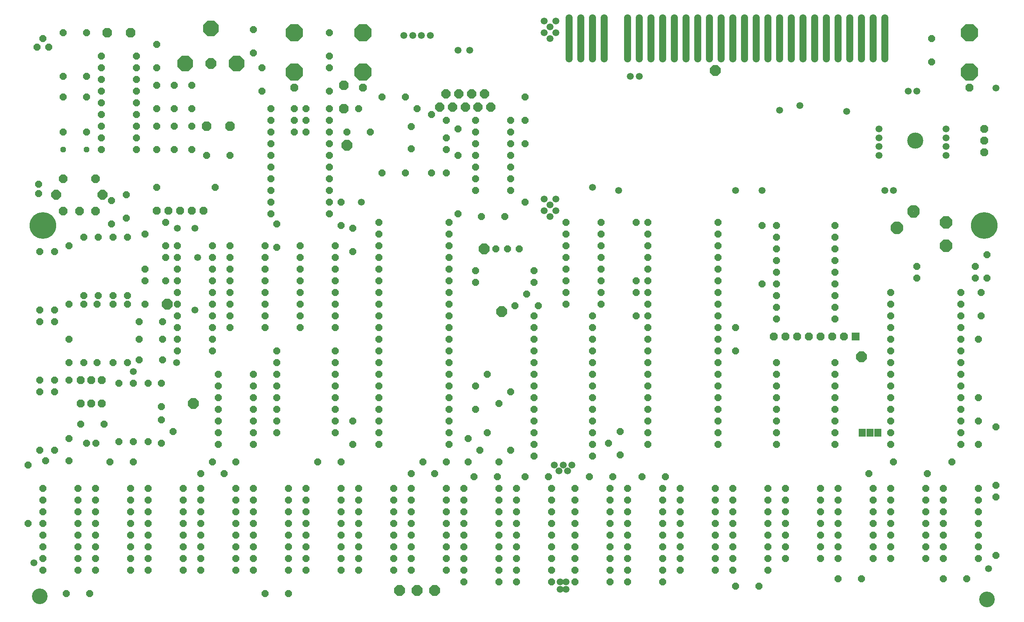
<source format=gts>
G75*
%MOIN*%
%OFA0B0*%
%FSLAX25Y25*%
%IPPOS*%
%LPD*%
%AMOC8*
5,1,8,0,0,1.08239X$1,22.5*
%
%ADD10C,0.13398*%
%ADD11C,0.22800*%
%ADD12C,0.05918*%
%ADD13OC8,0.10800*%
%ADD14OC8,0.06000*%
%ADD15C,0.02160*%
%ADD16OC8,0.08300*%
%ADD17OC8,0.04769*%
%ADD18OC8,0.06800*%
%ADD19C,0.13800*%
%ADD20OC8,0.07296*%
%ADD21OC8,0.08477*%
%ADD22OC8,0.07850*%
%ADD23OC8,0.06737*%
%ADD24R,0.06737X0.06737*%
%ADD25OC8,0.09300*%
%ADD26C,0.05220*%
%ADD27OC8,0.14643*%
%ADD28OC8,0.09050*%
%ADD29OC8,0.13500*%
%ADD30R,0.05918X0.06706*%
%ADD31C,0.05950*%
D10*
X0032600Y0027600D03*
X0842600Y0025100D03*
D11*
X0840100Y0345100D03*
X0035100Y0345100D03*
D12*
X0027600Y0056350D03*
X0850100Y0462600D03*
D13*
X0807600Y0347600D03*
X0807600Y0327600D03*
D14*
X0782600Y0310100D03*
X0782600Y0300100D03*
X0760100Y0287600D03*
X0760100Y0277600D03*
X0760100Y0267600D03*
X0760100Y0257600D03*
X0760100Y0247600D03*
X0760100Y0237600D03*
X0760100Y0227600D03*
X0760100Y0217600D03*
X0760100Y0207600D03*
X0760100Y0197600D03*
X0760100Y0187600D03*
X0760100Y0177600D03*
X0760100Y0167600D03*
X0760100Y0157600D03*
X0762600Y0142600D03*
X0741350Y0132600D03*
X0745100Y0120100D03*
X0745100Y0110100D03*
X0745100Y0100100D03*
X0745100Y0090100D03*
X0745100Y0080100D03*
X0745100Y0070100D03*
X0745100Y0060100D03*
X0760100Y0060100D03*
X0760100Y0070100D03*
X0760100Y0080100D03*
X0760100Y0090100D03*
X0760100Y0100100D03*
X0760100Y0110100D03*
X0760100Y0120100D03*
X0790100Y0120100D03*
X0790100Y0110100D03*
X0790100Y0100100D03*
X0790100Y0090100D03*
X0790100Y0080100D03*
X0790100Y0070100D03*
X0790100Y0060100D03*
X0805100Y0060100D03*
X0805100Y0070100D03*
X0805100Y0080100D03*
X0805100Y0090100D03*
X0805100Y0100100D03*
X0805100Y0110100D03*
X0805100Y0120100D03*
X0791350Y0132600D03*
X0812600Y0142600D03*
X0820100Y0157600D03*
X0820100Y0167600D03*
X0820100Y0177600D03*
X0820100Y0187600D03*
X0820100Y0197600D03*
X0820100Y0207600D03*
X0820100Y0217600D03*
X0820100Y0227600D03*
X0820100Y0237600D03*
X0820100Y0247600D03*
X0820100Y0257600D03*
X0820100Y0267600D03*
X0820100Y0277600D03*
X0820100Y0287600D03*
X0837600Y0287600D03*
X0832600Y0300100D03*
X0842600Y0300100D03*
X0832600Y0310100D03*
X0842600Y0320100D03*
X0837600Y0267600D03*
X0835100Y0247600D03*
X0835100Y0197600D03*
X0835100Y0177600D03*
X0850100Y0172600D03*
X0835100Y0157600D03*
X0835100Y0120100D03*
X0835100Y0110100D03*
X0835100Y0100100D03*
X0835100Y0090100D03*
X0835100Y0080100D03*
X0835100Y0070100D03*
X0835100Y0060100D03*
X0850100Y0062600D03*
X0825100Y0042600D03*
X0805100Y0042600D03*
X0735100Y0042600D03*
X0715100Y0042600D03*
X0715100Y0060100D03*
X0715100Y0070100D03*
X0700100Y0070100D03*
X0700100Y0060100D03*
X0700100Y0080100D03*
X0715100Y0080100D03*
X0715100Y0090100D03*
X0700100Y0090100D03*
X0700100Y0100100D03*
X0715100Y0100100D03*
X0715100Y0110100D03*
X0700100Y0110100D03*
X0700100Y0120100D03*
X0715100Y0120100D03*
X0670100Y0120100D03*
X0655100Y0120100D03*
X0655100Y0110100D03*
X0670100Y0110100D03*
X0670100Y0100100D03*
X0655100Y0100100D03*
X0655100Y0090100D03*
X0670100Y0090100D03*
X0670100Y0080100D03*
X0655100Y0080100D03*
X0655100Y0070100D03*
X0655100Y0060100D03*
X0670100Y0060100D03*
X0670100Y0070100D03*
X0655100Y0050100D03*
X0647600Y0036350D03*
X0627600Y0036350D03*
X0625100Y0050100D03*
X0625100Y0060100D03*
X0625100Y0070100D03*
X0625100Y0080100D03*
X0625100Y0090100D03*
X0625100Y0100100D03*
X0625100Y0110100D03*
X0625100Y0120100D03*
X0610100Y0120100D03*
X0610100Y0110100D03*
X0610100Y0100100D03*
X0610100Y0090100D03*
X0610100Y0080100D03*
X0610100Y0070100D03*
X0610100Y0060100D03*
X0610100Y0050100D03*
X0580100Y0050100D03*
X0580100Y0060100D03*
X0580100Y0070100D03*
X0580100Y0080100D03*
X0580100Y0090100D03*
X0580100Y0100100D03*
X0580100Y0110100D03*
X0580100Y0120100D03*
X0567600Y0130100D03*
X0565100Y0120100D03*
X0565100Y0110100D03*
X0565100Y0100100D03*
X0565100Y0090100D03*
X0565100Y0080100D03*
X0565100Y0070100D03*
X0565100Y0060100D03*
X0565100Y0050100D03*
X0565100Y0040100D03*
X0535100Y0040100D03*
X0535100Y0050100D03*
X0535100Y0060100D03*
X0535100Y0070100D03*
X0535100Y0080100D03*
X0535100Y0090100D03*
X0535100Y0100100D03*
X0535100Y0110100D03*
X0535100Y0120100D03*
X0547600Y0130100D03*
X0522600Y0130100D03*
X0520100Y0120100D03*
X0520100Y0110100D03*
X0520100Y0100100D03*
X0520100Y0090100D03*
X0520100Y0080100D03*
X0520100Y0070100D03*
X0520100Y0060100D03*
X0520100Y0050100D03*
X0520100Y0040100D03*
X0490100Y0040100D03*
X0490100Y0050100D03*
X0490100Y0060100D03*
X0490100Y0070100D03*
X0490100Y0080100D03*
X0490100Y0090100D03*
X0490100Y0100100D03*
X0490100Y0110100D03*
X0490100Y0120100D03*
X0502600Y0130100D03*
X0505100Y0147600D03*
X0505100Y0157600D03*
X0505100Y0167600D03*
X0505100Y0177600D03*
X0505100Y0187600D03*
X0505100Y0197600D03*
X0505100Y0207600D03*
X0505100Y0217600D03*
X0505100Y0227600D03*
X0505100Y0237600D03*
X0505100Y0247600D03*
X0505100Y0257600D03*
X0505100Y0267600D03*
X0512600Y0277600D03*
X0512600Y0287600D03*
X0512600Y0297600D03*
X0512600Y0307600D03*
X0512600Y0317600D03*
X0512600Y0327600D03*
X0512600Y0337600D03*
X0512600Y0347600D03*
X0482600Y0347600D03*
X0482600Y0337600D03*
X0482600Y0327600D03*
X0482600Y0317600D03*
X0482600Y0307600D03*
X0482600Y0297600D03*
X0482600Y0287600D03*
X0482600Y0277600D03*
X0458850Y0276350D03*
X0455100Y0267600D03*
X0455100Y0257600D03*
X0455100Y0247600D03*
X0455100Y0237600D03*
X0455100Y0227600D03*
X0455100Y0217600D03*
X0455100Y0207600D03*
X0455100Y0197600D03*
X0455100Y0187600D03*
X0455100Y0177600D03*
X0455100Y0167600D03*
X0455100Y0157600D03*
X0455100Y0147600D03*
X0435100Y0152600D03*
X0425100Y0142600D03*
X0408850Y0152600D03*
X0398850Y0162600D03*
X0382600Y0157600D03*
X0382600Y0167600D03*
X0382600Y0177600D03*
X0382600Y0187600D03*
X0382600Y0197600D03*
X0382600Y0207600D03*
X0382600Y0217600D03*
X0382600Y0227600D03*
X0382600Y0237600D03*
X0382600Y0247600D03*
X0382600Y0257600D03*
X0382600Y0267600D03*
X0382600Y0277600D03*
X0382600Y0287600D03*
X0382600Y0297600D03*
X0382600Y0307600D03*
X0382600Y0317600D03*
X0382600Y0327600D03*
X0382600Y0337600D03*
X0382600Y0347600D03*
X0390100Y0355100D03*
X0410100Y0352600D03*
X0430100Y0352600D03*
X0447600Y0365100D03*
X0435100Y0375100D03*
X0435100Y0385100D03*
X0435100Y0395100D03*
X0435100Y0405100D03*
X0435100Y0415100D03*
X0435100Y0425100D03*
X0435100Y0435100D03*
X0447600Y0435100D03*
X0447600Y0455100D03*
X0405100Y0435100D03*
X0405100Y0425100D03*
X0405100Y0415100D03*
X0405100Y0405100D03*
X0405100Y0395100D03*
X0405100Y0385100D03*
X0405100Y0375100D03*
X0380100Y0390100D03*
X0367600Y0390100D03*
X0345100Y0390100D03*
X0325100Y0390100D03*
X0350100Y0410600D03*
X0380100Y0410100D03*
X0390100Y0405100D03*
X0380100Y0420100D03*
X0390100Y0427600D03*
X0380100Y0435100D03*
X0367600Y0440100D03*
X0355100Y0445100D03*
X0345100Y0455100D03*
X0325100Y0455100D03*
X0305100Y0445100D03*
X0280100Y0445100D03*
X0280100Y0435100D03*
X0280100Y0425100D03*
X0295100Y0425100D03*
X0280100Y0415100D03*
X0280100Y0405100D03*
X0280100Y0395100D03*
X0280100Y0385100D03*
X0280100Y0375100D03*
X0280100Y0365100D03*
X0290100Y0365100D03*
X0280100Y0355100D03*
X0290100Y0345100D03*
X0300100Y0342600D03*
X0322600Y0337600D03*
X0322600Y0327600D03*
X0322600Y0317600D03*
X0322600Y0307600D03*
X0322600Y0297600D03*
X0322600Y0287600D03*
X0322600Y0277600D03*
X0322600Y0267600D03*
X0322600Y0257600D03*
X0322600Y0247600D03*
X0322600Y0237600D03*
X0322600Y0227600D03*
X0322600Y0217600D03*
X0322600Y0207600D03*
X0322600Y0197600D03*
X0322600Y0187600D03*
X0322600Y0177600D03*
X0322600Y0167600D03*
X0322600Y0157600D03*
X0300100Y0157600D03*
X0285100Y0167600D03*
X0285100Y0177600D03*
X0285100Y0187600D03*
X0285100Y0197600D03*
X0285100Y0207600D03*
X0285100Y0217600D03*
X0285100Y0227600D03*
X0285100Y0237600D03*
X0285100Y0257600D03*
X0285100Y0267600D03*
X0285100Y0277600D03*
X0285100Y0287600D03*
X0285100Y0297600D03*
X0285100Y0307600D03*
X0285100Y0317600D03*
X0285100Y0327600D03*
X0300100Y0322600D03*
X0322600Y0347600D03*
X0255100Y0327600D03*
X0255100Y0317600D03*
X0255100Y0307600D03*
X0255100Y0297600D03*
X0255100Y0287600D03*
X0255100Y0277600D03*
X0255100Y0267600D03*
X0255100Y0257600D03*
X0235100Y0237600D03*
X0235100Y0227600D03*
X0235100Y0217600D03*
X0235100Y0207600D03*
X0235100Y0197600D03*
X0235100Y0187600D03*
X0235100Y0177600D03*
X0235100Y0167600D03*
X0215100Y0167600D03*
X0215100Y0157600D03*
X0215100Y0177600D03*
X0215100Y0187600D03*
X0215100Y0197600D03*
X0215100Y0207600D03*
X0215100Y0217600D03*
X0185100Y0217600D03*
X0185100Y0207600D03*
X0185100Y0197600D03*
X0185100Y0187600D03*
X0185100Y0177600D03*
X0185100Y0167600D03*
X0185100Y0157600D03*
X0180100Y0142600D03*
X0170100Y0132600D03*
X0170100Y0120100D03*
X0170100Y0110100D03*
X0170100Y0100100D03*
X0170100Y0090100D03*
X0170100Y0080100D03*
X0170100Y0070100D03*
X0170100Y0060100D03*
X0170100Y0050100D03*
X0155100Y0050100D03*
X0155100Y0060100D03*
X0155100Y0070100D03*
X0155100Y0080100D03*
X0155100Y0090100D03*
X0155100Y0100100D03*
X0155100Y0110100D03*
X0155100Y0120100D03*
X0125100Y0120100D03*
X0125100Y0110100D03*
X0125100Y0100100D03*
X0125100Y0090100D03*
X0125100Y0080100D03*
X0125100Y0070100D03*
X0125100Y0060100D03*
X0125100Y0050100D03*
X0110100Y0050100D03*
X0110100Y0060100D03*
X0110100Y0070100D03*
X0110100Y0080100D03*
X0110100Y0090100D03*
X0110100Y0100100D03*
X0110100Y0110100D03*
X0110100Y0120100D03*
X0080100Y0120100D03*
X0080100Y0110100D03*
X0080100Y0100100D03*
X0080100Y0090100D03*
X0080100Y0080100D03*
X0080100Y0070100D03*
X0080100Y0060100D03*
X0080100Y0050100D03*
X0065100Y0050100D03*
X0065100Y0060100D03*
X0065100Y0070100D03*
X0065100Y0080100D03*
X0065100Y0090100D03*
X0065100Y0100100D03*
X0065100Y0110100D03*
X0065100Y0120100D03*
X0035100Y0120100D03*
X0035100Y0110100D03*
X0035100Y0100100D03*
X0035100Y0090100D03*
X0035100Y0080100D03*
X0035100Y0070100D03*
X0035100Y0060100D03*
X0035100Y0050100D03*
X0055100Y0030100D03*
X0075100Y0030100D03*
X0022600Y0090100D03*
X0022600Y0140100D03*
X0037600Y0143850D03*
X0032600Y0152600D03*
X0045100Y0152600D03*
X0057600Y0162600D03*
X0072350Y0158850D03*
X0080350Y0158850D03*
X0100100Y0160100D03*
X0112600Y0160100D03*
X0125100Y0160100D03*
X0136350Y0158850D03*
X0146350Y0168850D03*
X0136350Y0178850D03*
X0136350Y0190100D03*
X0136350Y0210100D03*
X0125100Y0210100D03*
X0112600Y0210100D03*
X0100100Y0210100D03*
X0095100Y0227600D03*
X0081350Y0227600D03*
X0070100Y0227600D03*
X0057600Y0227600D03*
X0057600Y0212600D03*
X0045100Y0212600D03*
X0045100Y0202600D03*
X0032600Y0202600D03*
X0032600Y0212600D03*
X0057600Y0247600D03*
X0045100Y0262600D03*
X0045100Y0272600D03*
X0057600Y0277600D03*
X0070100Y0277600D03*
X0070100Y0285100D03*
X0082600Y0285100D03*
X0081350Y0277600D03*
X0095100Y0277600D03*
X0095100Y0285100D03*
X0107600Y0285100D03*
X0107600Y0277600D03*
X0122600Y0277600D03*
X0117600Y0262600D03*
X0137600Y0262600D03*
X0150100Y0257600D03*
X0150100Y0247600D03*
X0150100Y0237600D03*
X0137600Y0230100D03*
X0117600Y0230100D03*
X0107600Y0227600D03*
X0117600Y0247600D03*
X0137600Y0247600D03*
X0150100Y0267600D03*
X0150100Y0277600D03*
X0150100Y0287600D03*
X0150100Y0297600D03*
X0140100Y0297600D03*
X0150100Y0307600D03*
X0150100Y0317600D03*
X0140100Y0317600D03*
X0140100Y0327600D03*
X0150100Y0327600D03*
X0122600Y0337600D03*
X0107600Y0335100D03*
X0095100Y0335100D03*
X0082600Y0335100D03*
X0070100Y0335100D03*
X0057600Y0327600D03*
X0045100Y0322600D03*
X0032600Y0322600D03*
X0093850Y0346350D03*
X0106350Y0351350D03*
X0093850Y0366350D03*
X0106350Y0371350D03*
X0132600Y0377600D03*
X0140100Y0347600D03*
X0180100Y0327600D03*
X0180100Y0317600D03*
X0180100Y0307600D03*
X0180100Y0297600D03*
X0180100Y0287600D03*
X0180100Y0277600D03*
X0180100Y0267600D03*
X0180100Y0257600D03*
X0180100Y0247600D03*
X0180100Y0237600D03*
X0195100Y0257600D03*
X0195100Y0267600D03*
X0195100Y0277600D03*
X0195100Y0287600D03*
X0195100Y0297600D03*
X0195100Y0307600D03*
X0195100Y0317600D03*
X0195100Y0327600D03*
X0225100Y0327600D03*
X0235100Y0326350D03*
X0225100Y0317600D03*
X0225100Y0307600D03*
X0225100Y0297600D03*
X0225100Y0287600D03*
X0225100Y0277600D03*
X0225100Y0267600D03*
X0225100Y0257600D03*
X0122600Y0297600D03*
X0122600Y0307600D03*
X0032600Y0272600D03*
X0032600Y0262600D03*
X0067600Y0175100D03*
X0087600Y0175100D03*
X0092600Y0142600D03*
X0112600Y0142600D03*
X0057600Y0143850D03*
X0190100Y0132600D03*
X0200100Y0142600D03*
X0200100Y0120100D03*
X0200100Y0110100D03*
X0200100Y0100100D03*
X0200100Y0090100D03*
X0200100Y0080100D03*
X0200100Y0070100D03*
X0200100Y0060100D03*
X0200100Y0050100D03*
X0215100Y0050100D03*
X0215100Y0060100D03*
X0215100Y0070100D03*
X0215100Y0080100D03*
X0215100Y0090100D03*
X0215100Y0100100D03*
X0215100Y0110100D03*
X0215100Y0120100D03*
X0245100Y0120100D03*
X0260100Y0120100D03*
X0260100Y0110100D03*
X0245100Y0110100D03*
X0245100Y0100100D03*
X0260100Y0100100D03*
X0260100Y0090100D03*
X0245100Y0090100D03*
X0245100Y0080100D03*
X0260100Y0080100D03*
X0260100Y0070100D03*
X0260100Y0060100D03*
X0245100Y0060100D03*
X0245100Y0070100D03*
X0245100Y0050100D03*
X0260100Y0050100D03*
X0245100Y0030100D03*
X0225100Y0030100D03*
X0290100Y0050100D03*
X0305100Y0050100D03*
X0305100Y0060100D03*
X0305100Y0070100D03*
X0290100Y0070100D03*
X0290100Y0060100D03*
X0290100Y0080100D03*
X0305100Y0080100D03*
X0305100Y0090100D03*
X0290100Y0090100D03*
X0290100Y0100100D03*
X0305100Y0100100D03*
X0305100Y0110100D03*
X0290100Y0110100D03*
X0290100Y0120100D03*
X0305100Y0120100D03*
X0290100Y0142600D03*
X0270100Y0142600D03*
X0300100Y0177600D03*
X0360100Y0142600D03*
X0350100Y0132600D03*
X0350100Y0120100D03*
X0350100Y0110100D03*
X0350100Y0100100D03*
X0350100Y0090100D03*
X0350100Y0080100D03*
X0350100Y0070100D03*
X0350100Y0060100D03*
X0350100Y0050100D03*
X0335100Y0050100D03*
X0335100Y0060100D03*
X0335100Y0070100D03*
X0335100Y0080100D03*
X0335100Y0090100D03*
X0335100Y0100100D03*
X0335100Y0110100D03*
X0335100Y0120100D03*
X0370100Y0132600D03*
X0380100Y0142600D03*
X0398850Y0142600D03*
X0403850Y0130100D03*
X0395100Y0120100D03*
X0395100Y0110100D03*
X0395100Y0100100D03*
X0395100Y0090100D03*
X0395100Y0080100D03*
X0395100Y0070100D03*
X0395100Y0060100D03*
X0395100Y0050100D03*
X0395100Y0040100D03*
X0380100Y0050100D03*
X0380100Y0060100D03*
X0380100Y0070100D03*
X0380100Y0080100D03*
X0380100Y0090100D03*
X0380100Y0100100D03*
X0380100Y0110100D03*
X0380100Y0120100D03*
X0423850Y0130100D03*
X0425100Y0120100D03*
X0425100Y0110100D03*
X0425100Y0100100D03*
X0425100Y0090100D03*
X0425100Y0080100D03*
X0425100Y0070100D03*
X0425100Y0060100D03*
X0425100Y0050100D03*
X0425100Y0040100D03*
X0440100Y0040100D03*
X0440100Y0050100D03*
X0440100Y0060100D03*
X0440100Y0070100D03*
X0440100Y0080100D03*
X0440100Y0090100D03*
X0440100Y0100100D03*
X0440100Y0110100D03*
X0440100Y0120100D03*
X0447600Y0130100D03*
X0467600Y0130100D03*
X0470100Y0120100D03*
X0470100Y0110100D03*
X0470100Y0100100D03*
X0470100Y0090100D03*
X0470100Y0080100D03*
X0470100Y0070100D03*
X0470100Y0060100D03*
X0470100Y0050100D03*
X0470100Y0040100D03*
X0528850Y0148850D03*
X0518850Y0158850D03*
X0528850Y0168850D03*
X0552600Y0167600D03*
X0552600Y0157600D03*
X0552600Y0177600D03*
X0552600Y0187600D03*
X0552600Y0197600D03*
X0552600Y0207600D03*
X0552600Y0217600D03*
X0552600Y0227600D03*
X0552600Y0237600D03*
X0552600Y0247600D03*
X0552600Y0257600D03*
X0552600Y0267600D03*
X0542600Y0267600D03*
X0552600Y0277600D03*
X0552600Y0287600D03*
X0552600Y0297600D03*
X0542600Y0297600D03*
X0542600Y0287600D03*
X0552600Y0307600D03*
X0552600Y0317600D03*
X0552600Y0327600D03*
X0552600Y0337600D03*
X0552600Y0347600D03*
X0542600Y0347600D03*
X0612600Y0347600D03*
X0612600Y0337600D03*
X0612600Y0327600D03*
X0612600Y0317600D03*
X0612600Y0307600D03*
X0612600Y0297600D03*
X0612600Y0287600D03*
X0612600Y0277600D03*
X0612600Y0267600D03*
X0612600Y0257600D03*
X0627600Y0257600D03*
X0612600Y0247600D03*
X0612600Y0237600D03*
X0627600Y0237600D03*
X0612600Y0227600D03*
X0612600Y0217600D03*
X0612600Y0207600D03*
X0612600Y0197600D03*
X0612600Y0187600D03*
X0612600Y0177600D03*
X0612600Y0167600D03*
X0612600Y0157600D03*
X0662600Y0157600D03*
X0662600Y0167600D03*
X0662600Y0177600D03*
X0662600Y0187600D03*
X0662600Y0197600D03*
X0662600Y0207600D03*
X0662600Y0217600D03*
X0662600Y0227600D03*
X0712600Y0227600D03*
X0712600Y0217600D03*
X0712600Y0207600D03*
X0712600Y0197600D03*
X0712600Y0187600D03*
X0712600Y0177600D03*
X0712600Y0167600D03*
X0712600Y0157600D03*
X0850100Y0122600D03*
X0850100Y0112600D03*
X0712600Y0265100D03*
X0712600Y0275100D03*
X0712600Y0285100D03*
X0712600Y0295100D03*
X0712600Y0305100D03*
X0712600Y0315100D03*
X0712600Y0325100D03*
X0712600Y0335100D03*
X0712600Y0345100D03*
X0662600Y0345100D03*
X0650100Y0345100D03*
X0662600Y0335100D03*
X0662600Y0325100D03*
X0662600Y0315100D03*
X0662600Y0305100D03*
X0662600Y0295100D03*
X0650100Y0295100D03*
X0662600Y0285100D03*
X0662600Y0275100D03*
X0662600Y0265100D03*
X0455100Y0296350D03*
X0455100Y0306350D03*
X0442600Y0325100D03*
X0432600Y0325100D03*
X0422600Y0325100D03*
X0405100Y0306350D03*
X0405100Y0296350D03*
X0438850Y0276350D03*
X0448850Y0286350D03*
X0415100Y0217600D03*
X0405100Y0207600D03*
X0425100Y0192600D03*
X0435100Y0202600D03*
X0405100Y0187600D03*
X0415100Y0167600D03*
X0235100Y0346350D03*
X0230100Y0355100D03*
X0230100Y0365100D03*
X0230100Y0375100D03*
X0230100Y0385100D03*
X0230100Y0395100D03*
X0230100Y0405100D03*
X0230100Y0415100D03*
X0230100Y0425100D03*
X0230100Y0435100D03*
X0230100Y0445100D03*
X0222600Y0460100D03*
X0250100Y0445100D03*
X0260100Y0445100D03*
X0260100Y0435100D03*
X0250100Y0435100D03*
X0250100Y0425100D03*
X0260100Y0425100D03*
X0280100Y0460100D03*
X0280100Y0480100D03*
X0280100Y0490100D03*
X0280100Y0510100D03*
X0222600Y0480100D03*
X0215100Y0492600D03*
X0215100Y0512600D03*
X0162600Y0465100D03*
X0147600Y0465100D03*
X0132600Y0465100D03*
X0115100Y0460100D03*
X0115100Y0450100D03*
X0115100Y0440100D03*
X0115100Y0430100D03*
X0115100Y0420100D03*
X0115100Y0410100D03*
X0132600Y0410100D03*
X0147600Y0410100D03*
X0162600Y0410100D03*
X0175100Y0405100D03*
X0195100Y0405100D03*
X0182600Y0377600D03*
X0162600Y0430100D03*
X0147600Y0430100D03*
X0132600Y0430100D03*
X0132600Y0445100D03*
X0147600Y0445100D03*
X0162600Y0445100D03*
X0115100Y0470100D03*
X0115100Y0480100D03*
X0115100Y0490100D03*
X0132600Y0480100D03*
X0132600Y0500100D03*
X0085100Y0490100D03*
X0085100Y0480100D03*
X0072600Y0472600D03*
X0085100Y0470100D03*
X0085100Y0460100D03*
X0085100Y0450100D03*
X0072600Y0455100D03*
X0085100Y0440100D03*
X0085100Y0430100D03*
X0072600Y0425100D03*
X0085100Y0420100D03*
X0085100Y0410100D03*
X0052600Y0425100D03*
X0052600Y0455100D03*
X0052600Y0472600D03*
X0040100Y0497600D03*
X0030100Y0497600D03*
X0035100Y0505100D03*
X0052600Y0510100D03*
X0072600Y0510100D03*
X0031350Y0380350D03*
X0031350Y0372350D03*
X0315100Y0425100D03*
X0350100Y0429600D03*
X0447600Y0415100D03*
X0795100Y0485100D03*
X0795100Y0505100D03*
D15*
X0776432Y0356462D02*
X0775352Y0355382D01*
X0775352Y0358960D01*
X0777882Y0361490D01*
X0781460Y0361490D01*
X0783990Y0358960D01*
X0783990Y0355382D01*
X0781460Y0352852D01*
X0777882Y0352852D01*
X0775352Y0355382D01*
X0776972Y0356053D01*
X0776972Y0358289D01*
X0778553Y0359870D01*
X0780789Y0359870D01*
X0782370Y0358289D01*
X0782370Y0356053D01*
X0780789Y0354472D01*
X0778553Y0354472D01*
X0776972Y0356053D01*
X0778592Y0356724D01*
X0778592Y0357618D01*
X0779224Y0358250D01*
X0780118Y0358250D01*
X0780750Y0357618D01*
X0780750Y0356724D01*
X0780118Y0356092D01*
X0779224Y0356092D01*
X0778592Y0356724D01*
X0762290Y0342320D02*
X0761210Y0341240D01*
X0761210Y0344818D01*
X0763740Y0347348D01*
X0767318Y0347348D01*
X0769848Y0344818D01*
X0769848Y0341240D01*
X0767318Y0338710D01*
X0763740Y0338710D01*
X0761210Y0341240D01*
X0762830Y0341911D01*
X0762830Y0344147D01*
X0764411Y0345728D01*
X0766647Y0345728D01*
X0768228Y0344147D01*
X0768228Y0341911D01*
X0766647Y0340330D01*
X0764411Y0340330D01*
X0762830Y0341911D01*
X0764450Y0342582D01*
X0764450Y0343476D01*
X0765082Y0344108D01*
X0765976Y0344108D01*
X0766608Y0343476D01*
X0766608Y0342582D01*
X0765976Y0341950D01*
X0765082Y0341950D01*
X0764450Y0342582D01*
D16*
X0292600Y0445100D03*
X0292600Y0465100D03*
X0195100Y0430100D03*
X0175100Y0430100D03*
X0110100Y0510100D03*
X0090100Y0510100D03*
D17*
X0072600Y0410100D03*
X0052600Y0410100D03*
D18*
X0067350Y0212600D03*
X0076350Y0212600D03*
X0085350Y0212600D03*
X0085350Y0192600D03*
X0076350Y0192600D03*
X0067350Y0192600D03*
X0840100Y0407600D03*
X0840100Y0417600D03*
X0840100Y0427600D03*
D19*
X0781100Y0417600D03*
D20*
X0080208Y0385208D03*
X0052492Y0385208D03*
X0052492Y0357492D03*
X0066350Y0357492D03*
X0080208Y0357492D03*
D21*
X0086114Y0371350D03*
X0046586Y0371350D03*
D22*
X0374550Y0446359D03*
X0385450Y0446359D03*
X0396350Y0446359D03*
X0407250Y0446359D03*
X0418150Y0446359D03*
X0412700Y0457555D03*
X0401800Y0457555D03*
X0390900Y0457555D03*
X0380000Y0457555D03*
D23*
X0308850Y0462915D03*
X0250100Y0462915D03*
X0172600Y0357600D03*
X0162600Y0357600D03*
X0152600Y0357600D03*
X0142600Y0357600D03*
X0132600Y0357600D03*
X0660100Y0250100D03*
X0670100Y0250100D03*
X0680100Y0250100D03*
X0690100Y0250100D03*
X0700100Y0250100D03*
X0710100Y0250100D03*
X0720100Y0250100D03*
X0827600Y0462915D03*
D24*
X0730100Y0250100D03*
D25*
X0735100Y0232600D03*
X0427600Y0271350D03*
X0412600Y0325100D03*
X0295100Y0413850D03*
X0141350Y0277600D03*
X0163850Y0192600D03*
X0340100Y0032600D03*
X0355100Y0032600D03*
X0370100Y0032600D03*
X0610100Y0477600D03*
D26*
X0605390Y0487310D02*
X0605390Y0522890D01*
X0605390Y0487310D02*
X0604810Y0487310D01*
X0604810Y0522890D01*
X0605390Y0522890D01*
X0605390Y0492529D02*
X0604810Y0492529D01*
X0604810Y0497748D02*
X0605390Y0497748D01*
X0605390Y0502967D02*
X0604810Y0502967D01*
X0604810Y0508186D02*
X0605390Y0508186D01*
X0605390Y0513405D02*
X0604810Y0513405D01*
X0604810Y0518624D02*
X0605390Y0518624D01*
X0615390Y0522890D02*
X0615390Y0487310D01*
X0614810Y0487310D01*
X0614810Y0522890D01*
X0615390Y0522890D01*
X0615390Y0492529D02*
X0614810Y0492529D01*
X0614810Y0497748D02*
X0615390Y0497748D01*
X0615390Y0502967D02*
X0614810Y0502967D01*
X0614810Y0508186D02*
X0615390Y0508186D01*
X0615390Y0513405D02*
X0614810Y0513405D01*
X0614810Y0518624D02*
X0615390Y0518624D01*
X0625390Y0522890D02*
X0625390Y0487310D01*
X0624810Y0487310D01*
X0624810Y0522890D01*
X0625390Y0522890D01*
X0625390Y0492529D02*
X0624810Y0492529D01*
X0624810Y0497748D02*
X0625390Y0497748D01*
X0625390Y0502967D02*
X0624810Y0502967D01*
X0624810Y0508186D02*
X0625390Y0508186D01*
X0625390Y0513405D02*
X0624810Y0513405D01*
X0624810Y0518624D02*
X0625390Y0518624D01*
X0635390Y0522890D02*
X0635390Y0487310D01*
X0634810Y0487310D01*
X0634810Y0522890D01*
X0635390Y0522890D01*
X0635390Y0492529D02*
X0634810Y0492529D01*
X0634810Y0497748D02*
X0635390Y0497748D01*
X0635390Y0502967D02*
X0634810Y0502967D01*
X0634810Y0508186D02*
X0635390Y0508186D01*
X0635390Y0513405D02*
X0634810Y0513405D01*
X0634810Y0518624D02*
X0635390Y0518624D01*
X0645390Y0522890D02*
X0645390Y0487310D01*
X0644810Y0487310D01*
X0644810Y0522890D01*
X0645390Y0522890D01*
X0645390Y0492529D02*
X0644810Y0492529D01*
X0644810Y0497748D02*
X0645390Y0497748D01*
X0645390Y0502967D02*
X0644810Y0502967D01*
X0644810Y0508186D02*
X0645390Y0508186D01*
X0645390Y0513405D02*
X0644810Y0513405D01*
X0644810Y0518624D02*
X0645390Y0518624D01*
X0655390Y0522890D02*
X0655390Y0487310D01*
X0654810Y0487310D01*
X0654810Y0522890D01*
X0655390Y0522890D01*
X0655390Y0492529D02*
X0654810Y0492529D01*
X0654810Y0497748D02*
X0655390Y0497748D01*
X0655390Y0502967D02*
X0654810Y0502967D01*
X0654810Y0508186D02*
X0655390Y0508186D01*
X0655390Y0513405D02*
X0654810Y0513405D01*
X0654810Y0518624D02*
X0655390Y0518624D01*
X0665390Y0522890D02*
X0665390Y0487310D01*
X0664810Y0487310D01*
X0664810Y0522890D01*
X0665390Y0522890D01*
X0665390Y0492529D02*
X0664810Y0492529D01*
X0664810Y0497748D02*
X0665390Y0497748D01*
X0665390Y0502967D02*
X0664810Y0502967D01*
X0664810Y0508186D02*
X0665390Y0508186D01*
X0665390Y0513405D02*
X0664810Y0513405D01*
X0664810Y0518624D02*
X0665390Y0518624D01*
X0675390Y0522890D02*
X0675390Y0487310D01*
X0674810Y0487310D01*
X0674810Y0522890D01*
X0675390Y0522890D01*
X0675390Y0492529D02*
X0674810Y0492529D01*
X0674810Y0497748D02*
X0675390Y0497748D01*
X0675390Y0502967D02*
X0674810Y0502967D01*
X0674810Y0508186D02*
X0675390Y0508186D01*
X0675390Y0513405D02*
X0674810Y0513405D01*
X0674810Y0518624D02*
X0675390Y0518624D01*
X0685390Y0522890D02*
X0685390Y0487310D01*
X0684810Y0487310D01*
X0684810Y0522890D01*
X0685390Y0522890D01*
X0685390Y0492529D02*
X0684810Y0492529D01*
X0684810Y0497748D02*
X0685390Y0497748D01*
X0685390Y0502967D02*
X0684810Y0502967D01*
X0684810Y0508186D02*
X0685390Y0508186D01*
X0685390Y0513405D02*
X0684810Y0513405D01*
X0684810Y0518624D02*
X0685390Y0518624D01*
X0695390Y0522890D02*
X0695390Y0487310D01*
X0694810Y0487310D01*
X0694810Y0522890D01*
X0695390Y0522890D01*
X0695390Y0492529D02*
X0694810Y0492529D01*
X0694810Y0497748D02*
X0695390Y0497748D01*
X0695390Y0502967D02*
X0694810Y0502967D01*
X0694810Y0508186D02*
X0695390Y0508186D01*
X0695390Y0513405D02*
X0694810Y0513405D01*
X0694810Y0518624D02*
X0695390Y0518624D01*
X0705390Y0522890D02*
X0705390Y0487310D01*
X0704810Y0487310D01*
X0704810Y0522890D01*
X0705390Y0522890D01*
X0705390Y0492529D02*
X0704810Y0492529D01*
X0704810Y0497748D02*
X0705390Y0497748D01*
X0705390Y0502967D02*
X0704810Y0502967D01*
X0704810Y0508186D02*
X0705390Y0508186D01*
X0705390Y0513405D02*
X0704810Y0513405D01*
X0704810Y0518624D02*
X0705390Y0518624D01*
X0715390Y0522890D02*
X0715390Y0487310D01*
X0714810Y0487310D01*
X0714810Y0522890D01*
X0715390Y0522890D01*
X0715390Y0492529D02*
X0714810Y0492529D01*
X0714810Y0497748D02*
X0715390Y0497748D01*
X0715390Y0502967D02*
X0714810Y0502967D01*
X0714810Y0508186D02*
X0715390Y0508186D01*
X0715390Y0513405D02*
X0714810Y0513405D01*
X0714810Y0518624D02*
X0715390Y0518624D01*
X0725390Y0522890D02*
X0725390Y0487310D01*
X0724810Y0487310D01*
X0724810Y0522890D01*
X0725390Y0522890D01*
X0725390Y0492529D02*
X0724810Y0492529D01*
X0724810Y0497748D02*
X0725390Y0497748D01*
X0725390Y0502967D02*
X0724810Y0502967D01*
X0724810Y0508186D02*
X0725390Y0508186D01*
X0725390Y0513405D02*
X0724810Y0513405D01*
X0724810Y0518624D02*
X0725390Y0518624D01*
X0735390Y0522890D02*
X0735390Y0487310D01*
X0734810Y0487310D01*
X0734810Y0522890D01*
X0735390Y0522890D01*
X0735390Y0492529D02*
X0734810Y0492529D01*
X0734810Y0497748D02*
X0735390Y0497748D01*
X0735390Y0502967D02*
X0734810Y0502967D01*
X0734810Y0508186D02*
X0735390Y0508186D01*
X0735390Y0513405D02*
X0734810Y0513405D01*
X0734810Y0518624D02*
X0735390Y0518624D01*
X0745390Y0522890D02*
X0745390Y0487310D01*
X0744810Y0487310D01*
X0744810Y0522890D01*
X0745390Y0522890D01*
X0745390Y0492529D02*
X0744810Y0492529D01*
X0744810Y0497748D02*
X0745390Y0497748D01*
X0745390Y0502967D02*
X0744810Y0502967D01*
X0744810Y0508186D02*
X0745390Y0508186D01*
X0745390Y0513405D02*
X0744810Y0513405D01*
X0744810Y0518624D02*
X0745390Y0518624D01*
X0755390Y0522890D02*
X0755390Y0487310D01*
X0754810Y0487310D01*
X0754810Y0522890D01*
X0755390Y0522890D01*
X0755390Y0492529D02*
X0754810Y0492529D01*
X0754810Y0497748D02*
X0755390Y0497748D01*
X0755390Y0502967D02*
X0754810Y0502967D01*
X0754810Y0508186D02*
X0755390Y0508186D01*
X0755390Y0513405D02*
X0754810Y0513405D01*
X0754810Y0518624D02*
X0755390Y0518624D01*
X0595390Y0522890D02*
X0595390Y0487310D01*
X0594810Y0487310D01*
X0594810Y0522890D01*
X0595390Y0522890D01*
X0595390Y0492529D02*
X0594810Y0492529D01*
X0594810Y0497748D02*
X0595390Y0497748D01*
X0595390Y0502967D02*
X0594810Y0502967D01*
X0594810Y0508186D02*
X0595390Y0508186D01*
X0595390Y0513405D02*
X0594810Y0513405D01*
X0594810Y0518624D02*
X0595390Y0518624D01*
X0585390Y0522890D02*
X0585390Y0487310D01*
X0584810Y0487310D01*
X0584810Y0522890D01*
X0585390Y0522890D01*
X0585390Y0492529D02*
X0584810Y0492529D01*
X0584810Y0497748D02*
X0585390Y0497748D01*
X0585390Y0502967D02*
X0584810Y0502967D01*
X0584810Y0508186D02*
X0585390Y0508186D01*
X0585390Y0513405D02*
X0584810Y0513405D01*
X0584810Y0518624D02*
X0585390Y0518624D01*
X0575390Y0522890D02*
X0575390Y0487310D01*
X0574810Y0487310D01*
X0574810Y0522890D01*
X0575390Y0522890D01*
X0575390Y0492529D02*
X0574810Y0492529D01*
X0574810Y0497748D02*
X0575390Y0497748D01*
X0575390Y0502967D02*
X0574810Y0502967D01*
X0574810Y0508186D02*
X0575390Y0508186D01*
X0575390Y0513405D02*
X0574810Y0513405D01*
X0574810Y0518624D02*
X0575390Y0518624D01*
X0565390Y0522890D02*
X0565390Y0487310D01*
X0564810Y0487310D01*
X0564810Y0522890D01*
X0565390Y0522890D01*
X0565390Y0492529D02*
X0564810Y0492529D01*
X0564810Y0497748D02*
X0565390Y0497748D01*
X0565390Y0502967D02*
X0564810Y0502967D01*
X0564810Y0508186D02*
X0565390Y0508186D01*
X0565390Y0513405D02*
X0564810Y0513405D01*
X0564810Y0518624D02*
X0565390Y0518624D01*
X0555390Y0522890D02*
X0555390Y0487310D01*
X0554810Y0487310D01*
X0554810Y0522890D01*
X0555390Y0522890D01*
X0555390Y0492529D02*
X0554810Y0492529D01*
X0554810Y0497748D02*
X0555390Y0497748D01*
X0555390Y0502967D02*
X0554810Y0502967D01*
X0554810Y0508186D02*
X0555390Y0508186D01*
X0555390Y0513405D02*
X0554810Y0513405D01*
X0554810Y0518624D02*
X0555390Y0518624D01*
X0545390Y0522890D02*
X0545390Y0487310D01*
X0544810Y0487310D01*
X0544810Y0522890D01*
X0545390Y0522890D01*
X0545390Y0492529D02*
X0544810Y0492529D01*
X0544810Y0497748D02*
X0545390Y0497748D01*
X0545390Y0502967D02*
X0544810Y0502967D01*
X0544810Y0508186D02*
X0545390Y0508186D01*
X0545390Y0513405D02*
X0544810Y0513405D01*
X0544810Y0518624D02*
X0545390Y0518624D01*
X0535390Y0522890D02*
X0535390Y0487310D01*
X0534810Y0487310D01*
X0534810Y0522890D01*
X0535390Y0522890D01*
X0535390Y0492529D02*
X0534810Y0492529D01*
X0534810Y0497748D02*
X0535390Y0497748D01*
X0535390Y0502967D02*
X0534810Y0502967D01*
X0534810Y0508186D02*
X0535390Y0508186D01*
X0535390Y0513405D02*
X0534810Y0513405D01*
X0534810Y0518624D02*
X0535390Y0518624D01*
X0515390Y0522890D02*
X0515390Y0487310D01*
X0514810Y0487310D01*
X0514810Y0522890D01*
X0515390Y0522890D01*
X0515390Y0492529D02*
X0514810Y0492529D01*
X0514810Y0497748D02*
X0515390Y0497748D01*
X0515390Y0502967D02*
X0514810Y0502967D01*
X0514810Y0508186D02*
X0515390Y0508186D01*
X0515390Y0513405D02*
X0514810Y0513405D01*
X0514810Y0518624D02*
X0515390Y0518624D01*
X0505390Y0522890D02*
X0505390Y0487310D01*
X0504810Y0487310D01*
X0504810Y0522890D01*
X0505390Y0522890D01*
X0505390Y0492529D02*
X0504810Y0492529D01*
X0504810Y0497748D02*
X0505390Y0497748D01*
X0505390Y0502967D02*
X0504810Y0502967D01*
X0504810Y0508186D02*
X0505390Y0508186D01*
X0505390Y0513405D02*
X0504810Y0513405D01*
X0504810Y0518624D02*
X0505390Y0518624D01*
X0495390Y0522890D02*
X0495390Y0487310D01*
X0494810Y0487310D01*
X0494810Y0522890D01*
X0495390Y0522890D01*
X0495390Y0492529D02*
X0494810Y0492529D01*
X0494810Y0497748D02*
X0495390Y0497748D01*
X0495390Y0502967D02*
X0494810Y0502967D01*
X0494810Y0508186D02*
X0495390Y0508186D01*
X0495390Y0513405D02*
X0494810Y0513405D01*
X0494810Y0518624D02*
X0495390Y0518624D01*
X0485390Y0522890D02*
X0485390Y0487310D01*
X0484810Y0487310D01*
X0484810Y0522890D01*
X0485390Y0522890D01*
X0485390Y0492529D02*
X0484810Y0492529D01*
X0484810Y0497748D02*
X0485390Y0497748D01*
X0485390Y0502967D02*
X0484810Y0502967D01*
X0484810Y0508186D02*
X0485390Y0508186D01*
X0485390Y0513405D02*
X0484810Y0513405D01*
X0484810Y0518624D02*
X0485390Y0518624D01*
D27*
X0308850Y0510100D03*
X0308850Y0476360D03*
X0250100Y0476360D03*
X0250100Y0510100D03*
X0827600Y0510100D03*
X0827600Y0476360D03*
D28*
X0178850Y0483850D03*
D29*
X0156850Y0483850D03*
X0178850Y0513850D03*
X0200850Y0483850D03*
D30*
X0735907Y0167600D03*
X0742600Y0167600D03*
X0749293Y0167600D03*
D31*
X0843850Y0051350D03*
X0482600Y0040100D03*
X0477600Y0040100D03*
X0477600Y0033850D03*
X0482600Y0033850D03*
X0483850Y0135100D03*
X0487600Y0140100D03*
X0480100Y0140100D03*
X0476350Y0135100D03*
X0472600Y0140100D03*
X0167600Y0317600D03*
X0165100Y0342600D03*
X0150100Y0342600D03*
X0165100Y0272600D03*
X0149475Y0227600D03*
X0112600Y0220100D03*
X0307600Y0365100D03*
X0463850Y0367600D03*
X0468850Y0362600D03*
X0463850Y0357600D03*
X0468850Y0352600D03*
X0473850Y0357600D03*
X0473850Y0367600D03*
X0505100Y0377600D03*
X0527600Y0375100D03*
X0627600Y0375100D03*
X0650100Y0375100D03*
X0750100Y0405100D03*
X0750100Y0412600D03*
X0750100Y0420100D03*
X0750100Y0427600D03*
X0722600Y0442600D03*
X0682600Y0447600D03*
X0665100Y0443850D03*
X0775100Y0460100D03*
X0782600Y0460100D03*
X0807600Y0427600D03*
X0807600Y0420100D03*
X0807600Y0412600D03*
X0807600Y0405100D03*
X0762600Y0375100D03*
X0755100Y0375100D03*
X0545100Y0472600D03*
X0537600Y0472600D03*
X0473850Y0510100D03*
X0468850Y0505100D03*
X0463850Y0510100D03*
X0468850Y0515100D03*
X0463850Y0520100D03*
X0473850Y0520100D03*
X0400100Y0495100D03*
X0390100Y0495100D03*
X0366350Y0507600D03*
X0358850Y0507600D03*
X0351350Y0507600D03*
X0343850Y0507600D03*
M02*

</source>
